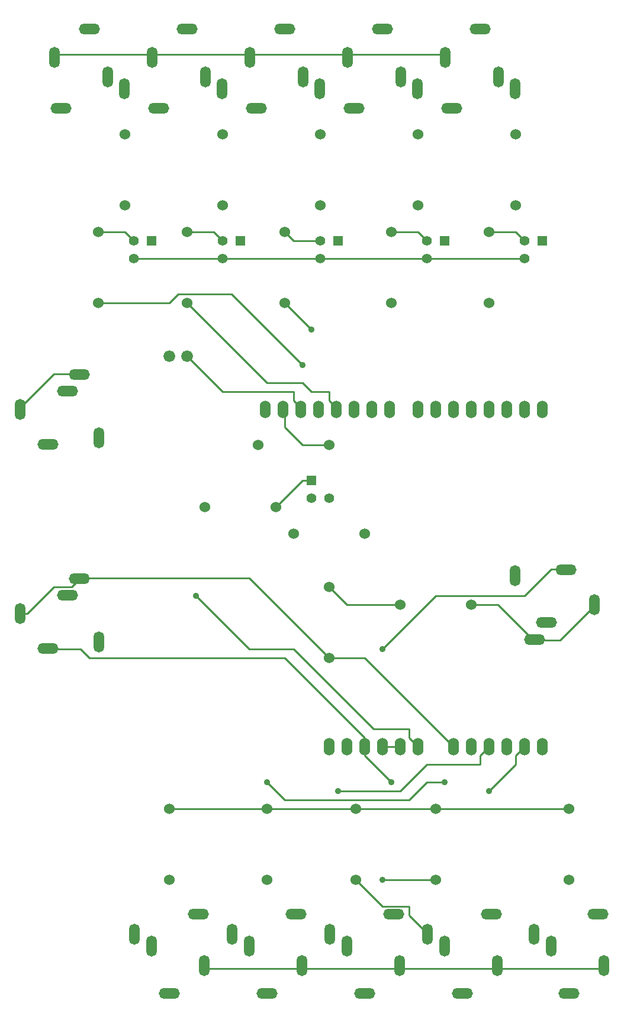
<source format=gbl>
G04 (created by PCBNEW (2013-jul-07)-stable) date Fr 13 Feb 2015 15:01:28 CET*
%MOIN*%
G04 Gerber Fmt 3.4, Leading zero omitted, Abs format*
%FSLAX34Y34*%
G01*
G70*
G90*
G04 APERTURE LIST*
%ADD10C,0.00590551*%
%ADD11R,0.055X0.055*%
%ADD12C,0.055*%
%ADD13C,0.06*%
%ADD14C,0.066*%
%ADD15O,0.0590551X0.11811*%
%ADD16O,0.11811X0.0590551*%
%ADD17O,0.06X0.1*%
%ADD18C,0.035*%
%ADD19C,0.01*%
G04 APERTURE END LIST*
G54D10*
G54D11*
X73000Y-67000D03*
G54D12*
X73000Y-68000D03*
X74000Y-68000D03*
G54D11*
X64000Y-53500D03*
G54D12*
X63000Y-53500D03*
X63000Y-54500D03*
G54D11*
X69000Y-53500D03*
G54D12*
X68000Y-53500D03*
X68000Y-54500D03*
G54D11*
X74500Y-53500D03*
G54D12*
X73500Y-53500D03*
X73500Y-54500D03*
G54D11*
X80500Y-53500D03*
G54D12*
X79500Y-53500D03*
X79500Y-54500D03*
G54D11*
X86000Y-53500D03*
G54D12*
X85000Y-53500D03*
X85000Y-54500D03*
G54D13*
X66000Y-57000D03*
X66000Y-53000D03*
X65000Y-89500D03*
X65000Y-85500D03*
X74000Y-73000D03*
X74000Y-77000D03*
X82000Y-74000D03*
X78000Y-74000D03*
X76000Y-70000D03*
X72000Y-70000D03*
X61000Y-57000D03*
X61000Y-53000D03*
X80000Y-89500D03*
X80000Y-85500D03*
X71500Y-57000D03*
X71500Y-53000D03*
X77500Y-57000D03*
X77500Y-53000D03*
X83000Y-57000D03*
X83000Y-53000D03*
X74000Y-65000D03*
X70000Y-65000D03*
X84500Y-47500D03*
X84500Y-51500D03*
X79000Y-47500D03*
X79000Y-51500D03*
X73500Y-47500D03*
X73500Y-51500D03*
X68000Y-47500D03*
X68000Y-51500D03*
X62500Y-47500D03*
X62500Y-51500D03*
X67000Y-68500D03*
X71000Y-68500D03*
X75500Y-89500D03*
X75500Y-85500D03*
X70500Y-89500D03*
X70500Y-85500D03*
X87500Y-89500D03*
X87500Y-85500D03*
G54D14*
X65000Y-60000D03*
X66000Y-60000D03*
G54D15*
X84468Y-44937D03*
X80531Y-43165D03*
X83523Y-44267D03*
G54D16*
X82500Y-41590D03*
X80877Y-46039D03*
G54D15*
X78968Y-44937D03*
X75031Y-43165D03*
X78023Y-44267D03*
G54D16*
X77000Y-41590D03*
X75377Y-46039D03*
G54D15*
X73468Y-44937D03*
X69531Y-43165D03*
X72523Y-44267D03*
G54D16*
X71500Y-41590D03*
X69877Y-46039D03*
G54D15*
X67968Y-44937D03*
X64031Y-43165D03*
X67023Y-44267D03*
G54D16*
X66000Y-41590D03*
X64377Y-46039D03*
G54D15*
X62468Y-44937D03*
X58531Y-43165D03*
X61523Y-44267D03*
G54D16*
X60500Y-41590D03*
X58877Y-46039D03*
X59937Y-61031D03*
X58165Y-64968D03*
X59267Y-61976D03*
G54D15*
X56590Y-63000D03*
X61039Y-64622D03*
G54D16*
X59937Y-72531D03*
X58165Y-76468D03*
X59267Y-73476D03*
G54D15*
X56590Y-74500D03*
X61039Y-76122D03*
X63031Y-92562D03*
X66968Y-94334D03*
X63976Y-93232D03*
G54D16*
X65000Y-95909D03*
X66622Y-91460D03*
G54D15*
X68531Y-92562D03*
X72468Y-94334D03*
X69476Y-93232D03*
G54D16*
X70500Y-95909D03*
X72122Y-91460D03*
G54D15*
X79531Y-92562D03*
X83468Y-94334D03*
X80476Y-93232D03*
G54D16*
X81500Y-95909D03*
X83122Y-91460D03*
G54D15*
X74031Y-92562D03*
X77968Y-94334D03*
X74976Y-93232D03*
G54D16*
X76000Y-95909D03*
X77622Y-91460D03*
G54D15*
X85531Y-92562D03*
X89468Y-94334D03*
X86476Y-93232D03*
G54D16*
X87500Y-95909D03*
X89122Y-91460D03*
X85562Y-75968D03*
X87334Y-72031D03*
X86232Y-75023D03*
G54D15*
X88909Y-74000D03*
X84460Y-72377D03*
G54D17*
X86000Y-82000D03*
X85000Y-82000D03*
X84000Y-82000D03*
X81000Y-82000D03*
X82000Y-82000D03*
X83000Y-82000D03*
X79000Y-82000D03*
X78000Y-82000D03*
X77000Y-82000D03*
X75000Y-82000D03*
X74000Y-82000D03*
X86000Y-63000D03*
X85000Y-63000D03*
X84000Y-63000D03*
X83000Y-63000D03*
X82000Y-63000D03*
X81000Y-63000D03*
X80000Y-63000D03*
X79000Y-63000D03*
X77400Y-63000D03*
X76400Y-63000D03*
X75400Y-63000D03*
X74400Y-63000D03*
X73400Y-63000D03*
X72400Y-63000D03*
X71400Y-63000D03*
X70400Y-63000D03*
X76000Y-82000D03*
G54D18*
X66500Y-73500D03*
X83000Y-84500D03*
X77000Y-89500D03*
X72500Y-60500D03*
X74500Y-84500D03*
X70500Y-84000D03*
X80500Y-84000D03*
X77000Y-76500D03*
X77500Y-84000D03*
X73000Y-58500D03*
G54D19*
X71400Y-63000D02*
X71500Y-63000D01*
X71500Y-63000D02*
X71500Y-64000D01*
X71500Y-64000D02*
X72500Y-65000D01*
X72500Y-65000D02*
X74000Y-65000D01*
X80000Y-85500D02*
X87500Y-85500D01*
X74000Y-73000D02*
X75000Y-74000D01*
X75000Y-74000D02*
X78000Y-74000D01*
X79500Y-54500D02*
X73500Y-54500D01*
X79500Y-54500D02*
X85000Y-54500D01*
X70500Y-85500D02*
X65000Y-85500D01*
X73500Y-54500D02*
X68000Y-54500D01*
X75500Y-85500D02*
X70500Y-85500D01*
X68000Y-54500D02*
X63000Y-54500D01*
X75500Y-85500D02*
X80000Y-85500D01*
X78000Y-82000D02*
X77000Y-82000D01*
X66500Y-73500D02*
X69500Y-76500D01*
X69500Y-76500D02*
X72000Y-76500D01*
X72000Y-76500D02*
X76500Y-81000D01*
X76500Y-81000D02*
X78500Y-81000D01*
X78500Y-81000D02*
X78500Y-81500D01*
X78500Y-81500D02*
X79000Y-82000D01*
X64031Y-43165D02*
X64000Y-43000D01*
X64000Y-43000D02*
X69500Y-43000D01*
X69500Y-43000D02*
X69531Y-43165D01*
X69531Y-43165D02*
X69500Y-43000D01*
X69500Y-43000D02*
X75000Y-43000D01*
X75000Y-43000D02*
X75031Y-43165D01*
X58531Y-43165D02*
X58500Y-43000D01*
X58500Y-43000D02*
X64000Y-43000D01*
X64000Y-43000D02*
X64031Y-43165D01*
X75031Y-43165D02*
X75000Y-43000D01*
X75000Y-43000D02*
X80500Y-43000D01*
X80500Y-43000D02*
X80531Y-43165D01*
X64031Y-43165D02*
X64000Y-43000D01*
X69500Y-43000D02*
X69531Y-43165D01*
X69531Y-43165D02*
X69500Y-43000D01*
X75000Y-43000D02*
X75031Y-43165D01*
X75031Y-43165D02*
X75000Y-43000D01*
X64000Y-43000D02*
X64031Y-43165D01*
X74000Y-77000D02*
X69500Y-72500D01*
X69500Y-72500D02*
X60000Y-72500D01*
X60000Y-72500D02*
X59937Y-72531D01*
X81000Y-82000D02*
X76000Y-77000D01*
X76000Y-77000D02*
X74000Y-77000D01*
X59937Y-72531D02*
X60000Y-72500D01*
X60000Y-72500D02*
X59500Y-73000D01*
X59500Y-73000D02*
X58500Y-73000D01*
X58500Y-73000D02*
X57000Y-74500D01*
X57000Y-74500D02*
X56590Y-74500D01*
X60000Y-72500D02*
X59937Y-72531D01*
X59937Y-72531D02*
X60000Y-72500D01*
X79500Y-53500D02*
X79000Y-53000D01*
X79000Y-53000D02*
X77500Y-53000D01*
X71000Y-68500D02*
X72500Y-67000D01*
X72500Y-67000D02*
X73000Y-67000D01*
X63000Y-53500D02*
X62500Y-53000D01*
X62500Y-53000D02*
X61000Y-53000D01*
X68000Y-53500D02*
X67500Y-53000D01*
X67500Y-53000D02*
X66000Y-53000D01*
X66000Y-60000D02*
X68000Y-62000D01*
X68000Y-62000D02*
X72000Y-62000D01*
X72000Y-62000D02*
X72000Y-62500D01*
X72000Y-62500D02*
X72500Y-63000D01*
X72500Y-63000D02*
X72400Y-63000D01*
X71500Y-53000D02*
X72000Y-53500D01*
X72000Y-53500D02*
X73500Y-53500D01*
X85000Y-53500D02*
X84500Y-53000D01*
X84500Y-53000D02*
X83000Y-53000D01*
X83000Y-84500D02*
X84500Y-83000D01*
X84500Y-83000D02*
X84500Y-82500D01*
X84500Y-82500D02*
X85000Y-82000D01*
X77000Y-89500D02*
X80000Y-89500D01*
X72500Y-60500D02*
X68500Y-56500D01*
X68500Y-56500D02*
X65500Y-56500D01*
X65500Y-56500D02*
X65000Y-57000D01*
X65000Y-57000D02*
X61000Y-57000D01*
X88909Y-74000D02*
X89000Y-74000D01*
X89000Y-74000D02*
X87000Y-76000D01*
X87000Y-76000D02*
X85500Y-76000D01*
X85500Y-76000D02*
X85562Y-75968D01*
X85562Y-75968D02*
X85500Y-76000D01*
X85500Y-76000D02*
X83500Y-74000D01*
X83500Y-74000D02*
X82000Y-74000D01*
X85562Y-75968D02*
X85500Y-76000D01*
X85500Y-76000D02*
X85562Y-75968D01*
X66000Y-57000D02*
X70500Y-61500D01*
X70500Y-61500D02*
X72500Y-61500D01*
X72500Y-61500D02*
X73000Y-62000D01*
X73000Y-62000D02*
X74000Y-62000D01*
X74000Y-62000D02*
X74000Y-62500D01*
X74000Y-62500D02*
X74500Y-63000D01*
X74500Y-63000D02*
X74400Y-63000D01*
X75500Y-89500D02*
X77000Y-91000D01*
X77000Y-91000D02*
X78500Y-91000D01*
X78500Y-91000D02*
X78500Y-91500D01*
X78500Y-91500D02*
X79500Y-92500D01*
X79500Y-92500D02*
X79531Y-92562D01*
X74500Y-84500D02*
X78000Y-84500D01*
X78000Y-84500D02*
X79500Y-83000D01*
X79500Y-83000D02*
X82500Y-83000D01*
X82500Y-83000D02*
X82500Y-82500D01*
X82500Y-82500D02*
X83000Y-82000D01*
X70500Y-84000D02*
X71500Y-85000D01*
X71500Y-85000D02*
X78500Y-85000D01*
X78500Y-85000D02*
X79500Y-84000D01*
X79500Y-84000D02*
X80500Y-84000D01*
X77000Y-76500D02*
X80000Y-73500D01*
X80000Y-73500D02*
X85000Y-73500D01*
X85000Y-73500D02*
X86500Y-72000D01*
X86500Y-72000D02*
X87500Y-72000D01*
X87500Y-72000D02*
X87334Y-72031D01*
X76000Y-82000D02*
X76000Y-81500D01*
X76000Y-81500D02*
X71500Y-77000D01*
X71500Y-77000D02*
X60500Y-77000D01*
X60500Y-77000D02*
X60000Y-76500D01*
X60000Y-76500D02*
X58000Y-76500D01*
X58000Y-76500D02*
X58165Y-76468D01*
X76000Y-82000D02*
X76000Y-82500D01*
X76000Y-82500D02*
X77500Y-84000D01*
X83468Y-94334D02*
X83500Y-94500D01*
X83500Y-94500D02*
X89500Y-94500D01*
X89500Y-94500D02*
X89468Y-94334D01*
X77968Y-94334D02*
X78000Y-94500D01*
X78000Y-94500D02*
X83500Y-94500D01*
X83500Y-94500D02*
X83468Y-94334D01*
X77968Y-94334D02*
X78000Y-94500D01*
X78000Y-94500D02*
X72500Y-94500D01*
X72500Y-94500D02*
X72468Y-94334D01*
X72468Y-94334D02*
X72500Y-94500D01*
X72500Y-94500D02*
X67000Y-94500D01*
X67000Y-94500D02*
X66968Y-94334D01*
X83468Y-94334D02*
X83500Y-94500D01*
X72468Y-94334D02*
X72500Y-94500D01*
X77968Y-94334D02*
X78000Y-94500D01*
X72500Y-94500D02*
X72468Y-94334D01*
X77968Y-94334D02*
X78000Y-94500D01*
X83500Y-94500D02*
X83468Y-94334D01*
X56590Y-63000D02*
X56500Y-63000D01*
X56500Y-63000D02*
X58500Y-61000D01*
X58500Y-61000D02*
X60000Y-61000D01*
X60000Y-61000D02*
X59937Y-61031D01*
X71500Y-57000D02*
X73000Y-58500D01*
M02*

</source>
